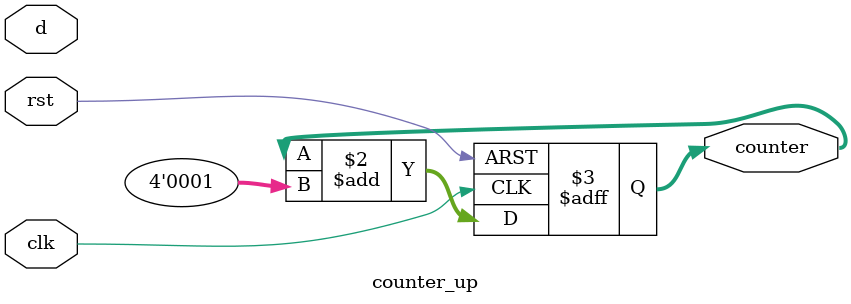
<source format=sv>
module counter_up (input logic d, clk, rst, output logic [3:0] counter);
	always @(posedge clk or posedge rst) begin
		if(rst)
			counter <= 4'b0;
		else 
			counter <= counter + 4'b1;
	end
endmodule

</source>
